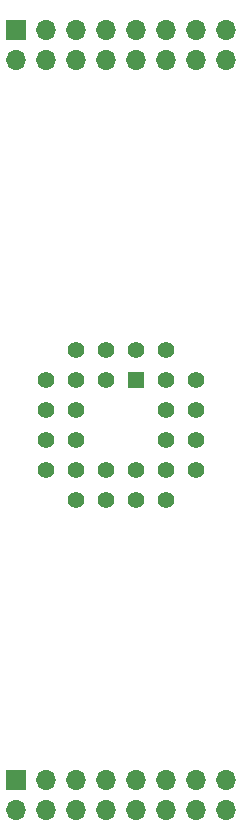
<source format=gbr>
G04 #@! TF.GenerationSoftware,KiCad,Pcbnew,(7.0.0-0)*
G04 #@! TF.CreationDate,2023-04-18T09:29:12+01:00*
G04 #@! TF.ProjectId,GAL26Adapter,47414c32-3641-4646-9170-7465722e6b69,rev?*
G04 #@! TF.SameCoordinates,Original*
G04 #@! TF.FileFunction,Soldermask,Bot*
G04 #@! TF.FilePolarity,Negative*
%FSLAX46Y46*%
G04 Gerber Fmt 4.6, Leading zero omitted, Abs format (unit mm)*
G04 Created by KiCad (PCBNEW (7.0.0-0)) date 2023-04-18 09:29:12*
%MOMM*%
%LPD*%
G01*
G04 APERTURE LIST*
%ADD10R,1.422400X1.422400*%
%ADD11C,1.422400*%
%ADD12R,1.700000X1.700000*%
%ADD13O,1.700000X1.700000*%
G04 APERTURE END LIST*
D10*
X139089999Y-109829999D03*
D11*
X136550000Y-107290000D03*
X136550000Y-109830000D03*
X134010000Y-107290000D03*
X131470000Y-109830000D03*
X134010000Y-109830000D03*
X131470000Y-112370000D03*
X134010000Y-112370000D03*
X131470000Y-114910000D03*
X134010000Y-114910000D03*
X131470000Y-117450000D03*
X134010000Y-119990000D03*
X134010000Y-117450000D03*
X136550000Y-119990000D03*
X136550000Y-117450000D03*
X139090000Y-119990000D03*
X139090000Y-117450000D03*
X141630000Y-119990000D03*
X144170000Y-117450000D03*
X141630000Y-117450000D03*
X144170000Y-114910000D03*
X141630000Y-114910000D03*
X144170000Y-112370000D03*
X141630000Y-112370000D03*
X144170000Y-109830000D03*
X141630000Y-107290000D03*
X141630000Y-109830000D03*
X139090000Y-107290000D03*
D12*
X128909999Y-80229999D03*
D13*
X128909999Y-82769999D03*
X131449999Y-80229999D03*
X131449999Y-82769999D03*
X133989999Y-80229999D03*
X133989999Y-82769999D03*
X136529999Y-80229999D03*
X136529999Y-82769999D03*
X139069999Y-80229999D03*
X139069999Y-82769999D03*
X141609999Y-80229999D03*
X141609999Y-82769999D03*
X144149999Y-80229999D03*
X144149999Y-82769999D03*
X146689999Y-80229999D03*
X146689999Y-82769999D03*
D12*
X128909999Y-143729999D03*
D13*
X128909999Y-146269999D03*
X131449999Y-143729999D03*
X131449999Y-146269999D03*
X133989999Y-143729999D03*
X133989999Y-146269999D03*
X136529999Y-143729999D03*
X136529999Y-146269999D03*
X139069999Y-143729999D03*
X139069999Y-146269999D03*
X141609999Y-143729999D03*
X141609999Y-146269999D03*
X144149999Y-143729999D03*
X144149999Y-146269999D03*
X146689999Y-143729999D03*
X146689999Y-146269999D03*
M02*

</source>
